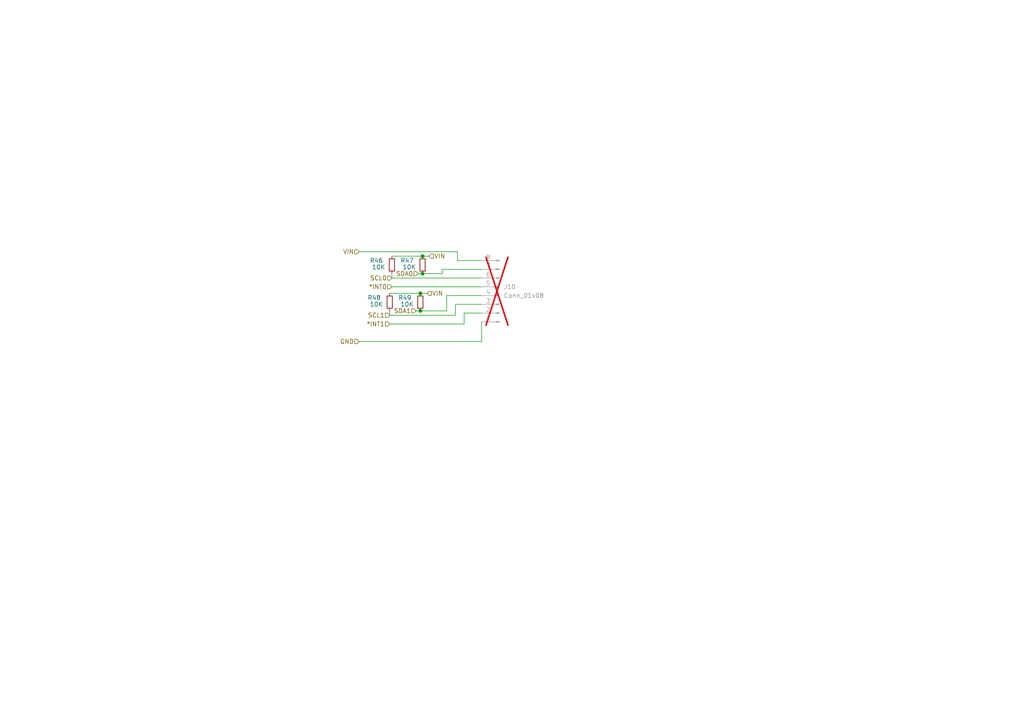
<source format=kicad_sch>
(kicad_sch (version 20231120) (generator "eeschema") (generator_version "8.0")
  (paper "A4")
  (lib_symbols
    (symbol "Connector:Conn_01x08_Pin" (pin_names (offset 1.016) hide)
      (property "Reference" "J" (at 0 10.16 0))
      (property "Value" "Conn_01x08_Pin" (at 0 -12.7 0))
      (symbol "Conn_01x08_Pin_1_1"
        (polyline (pts (xy 1.27 -10.16) (xy 0.8636 -10.16)) (stroke (width 0.1524)))
        (polyline (pts (xy 1.27 -7.62) (xy 0.8636 -7.62)) (stroke (width 0.1524)))
        (polyline (pts (xy 1.27 -5.08) (xy 0.8636 -5.08)) (stroke (width 0.1524)))
        (polyline (pts (xy 1.27 -2.54) (xy 0.8636 -2.54)) (stroke (width 0.1524)))
        (polyline (pts (xy 1.27 0) (xy 0.8636 0)) (stroke (width 0.1524)))
        (polyline (pts (xy 1.27 2.54) (xy 0.8636 2.54)) (stroke (width 0.1524)))
        (polyline (pts (xy 1.27 5.08) (xy 0.8636 5.08)) (stroke (width 0.1524)))
        (polyline (pts (xy 1.27 7.62) (xy 0.8636 7.62)) (stroke (width 0.1524)))
        (rectangle (start 0.8636 -10.033) (end 0 -10.287) (stroke (width 0.1524)) (fill (type outline)))
        (rectangle (start 0.8636 -7.493) (end 0 -7.747) (stroke (width 0.1524)) (fill (type outline)))
        (rectangle (start 0.8636 -4.953) (end 0 -5.207) (stroke (width 0.1524)) (fill (type outline)))
        (rectangle (start 0.8636 -2.413) (end 0 -2.667) (stroke (width 0.1524)) (fill (type outline)))
        (rectangle (start 0.8636 0.127) (end 0 -0.127) (stroke (width 0.1524)) (fill (type outline)))
        (rectangle (start 0.8636 2.667) (end 0 2.413) (stroke (width 0.1524)) (fill (type outline)))
        (rectangle (start 0.8636 5.207) (end 0 4.953) (stroke (width 0.1524)) (fill (type outline)))
        (rectangle (start 0.8636 7.747) (end 0 7.493) (stroke (width 0.1524)) (fill (type outline)))
        (pin passive line (at 5.08 7.62 180) (length 3.81) (name "Pin_1") (number "1"))
        (pin passive line (at 5.08 5.08 180) (length 3.81) (name "Pin_2") (number "2"))
        (pin passive line (at 5.08 2.54 180) (length 3.81) (name "Pin_3") (number "3"))
        (pin passive line (at 5.08 0 180) (length 3.81) (name "Pin_4") (number "4"))
        (pin passive line (at 5.08 -2.54 180) (length 3.81) (name "Pin_5") (number "5"))
        (pin passive line (at 5.08 -5.08 180) (length 3.81) (name "Pin_6") (number "6"))
        (pin passive line (at 5.08 -7.62 180) (length 3.81) (name "Pin_7") (number "7"))
        (pin passive line (at 5.08 -10.16 180) (length 3.81) (name "Pin_8") (number "8"))
      )
    )
    (symbol "Device:R_Small" (pin_numbers hide) (pin_names (offset 0.254) hide)
      (property "Reference" "R" (at 0.762 0.508 0))
      (property "Value" "R_Small" (at 0.762 -1.016 0))
      (symbol "R_Small_0_1"
        (rectangle (start -0.762 1.778) (end 0.762 -1.778) (stroke (width 0.2032)))
      )
      (symbol "R_Small_1_1"
        (pin passive line (at 0 2.54 270) (length 0.762) (name "~") (number "1"))
        (pin passive line (at 0 -2.54 90) (length 0.762) (name "~") (number "2"))
      )
    )
  )
  (junction (at 121.92 85.09))
  (junction (at 122.555 74.295))
  (junction (at 121.92 90.17))
  (junction (at 122.555 79.375))
  (wire (pts (xy 113.03 91.44) (xy 132.08 91.44)))
  (wire (pts (xy 132.715 75.565) (xy 139.7 75.565)))
  (wire (pts (xy 121.92 90.17) (xy 120.65 90.17)))
  (wire (pts (xy 123.825 85.09) (xy 121.92 85.09)))
  (wire (pts (xy 132.08 91.44) (xy 132.08 88.265)))
  (wire (pts (xy 104.14 73.025) (xy 132.715 73.025)))
  (wire (pts (xy 113.03 93.98) (xy 134.62 93.98)))
  (wire (pts (xy 122.555 79.375) (xy 121.285 79.375)))
  (wire (pts (xy 104.14 99.06) (xy 139.7 99.06)))
  (wire (pts (xy 129.54 85.725) (xy 129.54 90.17)))
  (wire (pts (xy 113.03 90.17) (xy 113.03 91.44)))
  (wire (pts (xy 132.08 88.265) (xy 139.7 88.265)))
  (wire (pts (xy 113.665 79.375) (xy 113.665 80.645)))
  (wire (pts (xy 113.665 83.185) (xy 139.7 83.185)))
  (wire (pts (xy 129.54 85.725) (xy 139.7 85.725)))
  (wire (pts (xy 134.62 93.98) (xy 134.62 90.805)))
  (wire (pts (xy 124.46 74.295) (xy 122.555 74.295)))
  (wire (pts (xy 134.62 90.805) (xy 139.7 90.805)))
  (wire (pts (xy 139.7 93.345) (xy 139.7 99.06)))
  (wire (pts (xy 132.715 73.025) (xy 132.715 75.565)))
  (wire (pts (xy 122.555 79.375) (xy 128.27 79.375)))
  (wire (pts (xy 113.665 80.645) (xy 139.7 80.645)))
  (wire (pts (xy 113.03 85.09) (xy 121.92 85.09)))
  (wire (pts (xy 113.665 74.295) (xy 122.555 74.295)))
  (wire (pts (xy 121.92 90.17) (xy 129.54 90.17)))
  (wire (pts (xy 128.27 78.105) (xy 139.7 78.105)))
  (wire (pts (xy 128.27 79.375) (xy 128.27 78.105)))
  (hierarchical_label "*INT0" (shape input) (at 113.665 83.185 180))
  (hierarchical_label "SDA1" (shape input) (at 120.65 90.17 180))
  (hierarchical_label "*INT1" (shape input) (at 113.03 93.98 180))
  (hierarchical_label "VIN" (shape input) (at 123.825 85.09 0))
  (hierarchical_label "GND" (shape input) (at 104.14 99.06 180))
  (hierarchical_label "VIN" (shape input) (at 104.14 73.025 180))
  (hierarchical_label "SDA0" (shape input) (at 121.285 79.375 180))
  (hierarchical_label "SCL1" (shape input) (at 113.03 91.44 180))
  (hierarchical_label "VIN" (shape input) (at 124.46 74.295 0))
  (hierarchical_label "SCL0" (shape input) (at 113.665 80.645 180))
  (symbol (lib_id "Device:R_Small") (at 113.665 76.835 0) (mirror y) (unit 1)
    (property "Reference" "R46" (at 111.125 75.5649 0) (effects (justify left)))
    (property "Value" "10K" (at 111.76 77.47 0) (effects (justify left)))
    (property "Footprint" "Resistor_SMD:R_0402_1005Metric_Pad0.72x0.64mm_HandSolder" (effects (hide yes)))
    (property "Datasheet" "https://www.yageo.com/upload/media/product/products/datasheet/rchip/PYu-RC_Group_51_RoHS_L_12.pdf" (effects (hide yes)))
    (property "Description" "Resistor, small symbol" (effects (hide yes)))
    (property "Manufacturer" "YAGEO" (effects (hide yes)))
    (property "Part Number" "RC0402FR-0710KL" (effects (hide yes)))
    (property "Tolerance" "1" (effects (hide yes)))
    (instances (project "AVIONICS_BOARD" (path "" (reference "R46") (unit 1)) (path "" (reference "R50") (unit 1)) (path "" (reference "R42") (unit 1)) (path "" (reference "R54") (unit 1)) (path "" (reference "R58") (unit 1)) (path "" (reference "R62") (unit 1))))
  )
  (symbol (lib_id "Device:R_Small") (at 121.92 87.63 0) (mirror y) (unit 1)
    (property "Reference" "R49" (at 119.38 86.3599 0) (effects (justify left)))
    (property "Value" "10K" (at 120.015 88.265 0) (effects (justify left)))
    (property "Footprint" "Resistor_SMD:R_0402_1005Metric_Pad0.72x0.64mm_HandSolder" (effects (hide yes)))
    (property "Datasheet" "https://www.yageo.com/upload/media/product/products/datasheet/rchip/PYu-RC_Group_51_RoHS_L_12.pdf" (effects (hide yes)))
    (property "Description" "Resistor, small symbol" (effects (hide yes)))
    (property "Manufacturer" "YAGEO" (effects (hide yes)))
    (property "Part Number" "RC0402FR-0710KL" (effects (hide yes)))
    (property "Tolerance" "1" (effects (hide yes)))
    (instances (project "AVIONICS_BOARD" (path "" (reference "R49") (unit 1)) (path "" (reference "R53") (unit 1)) (path "" (reference "R45") (unit 1)) (path "" (reference "R57") (unit 1)) (path "" (reference "R61") (unit 1)) (path "" (reference "R65") (unit 1))))
  )
  (symbol (lib_id "Device:R_Small") (at 122.555 76.835 0) (mirror y) (unit 1)
    (property "Reference" "R47" (at 120.015 75.5649 0) (effects (justify left)))
    (property "Value" "10K" (at 120.65 77.47 0) (effects (justify left)))
    (property "Footprint" "Resistor_SMD:R_0402_1005Metric_Pad0.72x0.64mm_HandSolder" (effects (hide yes)))
    (property "Datasheet" "https://www.yageo.com/upload/media/product/products/datasheet/rchip/PYu-RC_Group_51_RoHS_L_12.pdf" (effects (hide yes)))
    (property "Description" "Resistor, small symbol" (effects (hide yes)))
    (property "Manufacturer" "YAGEO" (effects (hide yes)))
    (property "Part Number" "RC0402FR-0710KL" (effects (hide yes)))
    (property "Tolerance" "1" (effects (hide yes)))
    (instances (project "AVIONICS_BOARD" (path "" (reference "R47") (unit 1)) (path "" (reference "R51") (unit 1)) (path "" (reference "R43") (unit 1)) (path "" (reference "R55") (unit 1)) (path "" (reference "R59") (unit 1)) (path "" (reference "R63") (unit 1))))
  )
  (symbol (lib_id "Device:R_Small") (at 113.03 87.63 0) (mirror y) (unit 1)
    (property "Reference" "R48" (at 110.49 86.3599 0) (effects (justify left)))
    (property "Value" "10K" (at 111.125 88.265 0) (effects (justify left)))
    (property "Footprint" "Resistor_SMD:R_0402_1005Metric_Pad0.72x0.64mm_HandSolder" (effects (hide yes)))
    (property "Datasheet" "https://www.yageo.com/upload/media/product/products/datasheet/rchip/PYu-RC_Group_51_RoHS_L_12.pdf" (effects (hide yes)))
    (property "Description" "Resistor, small symbol" (effects (hide yes)))
    (property "Manufacturer" "YAGEO" (effects (hide yes)))
    (property "Part Number" "RC0402FR-0710KL" (effects (hide yes)))
    (property "Tolerance" "1" (effects (hide yes)))
    (instances (project "AVIONICS_BOARD" (path "" (reference "R48") (unit 1)) (path "" (reference "R52") (unit 1)) (path "" (reference "R44") (unit 1)) (path "" (reference "R56") (unit 1)) (path "" (reference "R60") (unit 1)) (path "" (reference "R64") (unit 1))))
  )
  (symbol (lib_id "Connector:Conn_01x08_Pin") (at 144.78 85.725 180) (unit 1) (dnp yes)
    (property "Reference" "J10" (at 146.05 83.1849 0) (effects (justify right)))
    (property "Value" "Conn_01x08" (at 146.05 85.7249 0) (effects (justify right)))
    (property "Footprint" "Connector_PinHeader_2.54mm:PinHeader_1x08_P2.54mm_Vertical" (effects (hide yes)))
    (property "Description" "Generic connector, single row, 01x08, script generated" (effects (hide yes)))
    (instances (project "AVIONICS_BOARD" (path "" (reference "J10") (unit 1)) (path "" (reference "J11") (unit 1)) (path "" (reference "J9") (unit 1)) (path "" (reference "J12") (unit 1)) (path "" (reference "J13") (unit 1)) (path "" (reference "J14") (unit 1))))
  )
)
</source>
